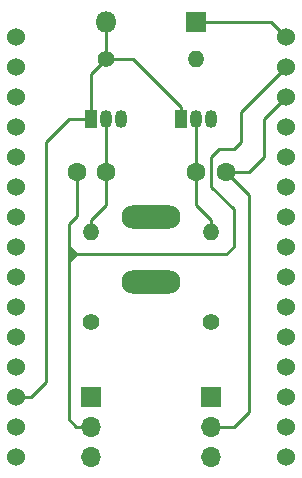
<source format=gbr>
G04 #@! TF.GenerationSoftware,KiCad,Pcbnew,(5.0.1)-4*
G04 #@! TF.CreationDate,2018-12-08T00:24:21+01:00*
G04 #@! TF.ProjectId,Motion Detector,4D6F74696F6E204465746563746F722E,rev?*
G04 #@! TF.SameCoordinates,Original*
G04 #@! TF.FileFunction,Copper,L1,Top,Signal*
G04 #@! TF.FilePolarity,Positive*
%FSLAX46Y46*%
G04 Gerber Fmt 4.6, Leading zero omitted, Abs format (unit mm)*
G04 Created by KiCad (PCBNEW (5.0.1)-4) date 08-Dec-18 12:24:21 AM*
%MOMM*%
%LPD*%
G01*
G04 APERTURE LIST*
G04 #@! TA.AperFunction,ComponentPad*
%ADD10C,1.600000*%
G04 #@! TD*
G04 #@! TA.AperFunction,ComponentPad*
%ADD11R,1.800000X1.800000*%
G04 #@! TD*
G04 #@! TA.AperFunction,ComponentPad*
%ADD12O,1.800000X1.800000*%
G04 #@! TD*
G04 #@! TA.AperFunction,ComponentPad*
%ADD13O,5.000000X2.000000*%
G04 #@! TD*
G04 #@! TA.AperFunction,ComponentPad*
%ADD14R,1.700000X1.700000*%
G04 #@! TD*
G04 #@! TA.AperFunction,ComponentPad*
%ADD15O,1.700000X1.700000*%
G04 #@! TD*
G04 #@! TA.AperFunction,ComponentPad*
%ADD16O,1.050000X1.500000*%
G04 #@! TD*
G04 #@! TA.AperFunction,ComponentPad*
%ADD17R,1.050000X1.500000*%
G04 #@! TD*
G04 #@! TA.AperFunction,ComponentPad*
%ADD18O,1.400000X1.400000*%
G04 #@! TD*
G04 #@! TA.AperFunction,ComponentPad*
%ADD19C,1.400000*%
G04 #@! TD*
G04 #@! TA.AperFunction,ComponentPad*
%ADD20C,1.524000*%
G04 #@! TD*
G04 #@! TA.AperFunction,Conductor*
%ADD21C,0.250000*%
G04 #@! TD*
G04 APERTURE END LIST*
D10*
G04 #@! TO.P,C1,2*
G04 #@! TO.N,/D2*
X154900000Y-88900000D03*
G04 #@! TO.P,C1,1*
G04 #@! TO.N,/DB2*
X152400000Y-88900000D03*
G04 #@! TD*
G04 #@! TO.P,C2,2*
G04 #@! TO.N,/D1*
X142280000Y-88900000D03*
G04 #@! TO.P,C2,1*
G04 #@! TO.N,/DB1*
X144780000Y-88900000D03*
G04 #@! TD*
D11*
G04 #@! TO.P,D1,1*
G04 #@! TO.N,/D0*
X152400000Y-76200000D03*
D12*
G04 #@! TO.P,D1,2*
G04 #@! TO.N,/RST*
X144780000Y-76200000D03*
G04 #@! TD*
D13*
G04 #@! TO.P,J1,1*
G04 #@! TO.N,GND*
X148590000Y-92750000D03*
G04 #@! TO.P,J1,2*
G04 #@! TO.N,VCC*
X148590000Y-98250000D03*
G04 #@! TD*
D14*
G04 #@! TO.P,J2,1*
G04 #@! TO.N,GND*
X153670000Y-107950000D03*
D15*
G04 #@! TO.P,J2,2*
G04 #@! TO.N,/D2*
X153670000Y-110490000D03*
G04 #@! TO.P,J2,3*
G04 #@! TO.N,VCC*
X153670000Y-113030000D03*
G04 #@! TD*
G04 #@! TO.P,J3,3*
G04 #@! TO.N,VCC*
X143510000Y-113030000D03*
G04 #@! TO.P,J3,2*
G04 #@! TO.N,/D1*
X143510000Y-110490000D03*
D14*
G04 #@! TO.P,J3,1*
G04 #@! TO.N,GND*
X143510000Y-107950000D03*
G04 #@! TD*
D16*
G04 #@! TO.P,Q1,2*
G04 #@! TO.N,/DB2*
X152400000Y-84455000D03*
G04 #@! TO.P,Q1,3*
G04 #@! TO.N,GND*
X153670000Y-84455000D03*
D17*
G04 #@! TO.P,Q1,1*
G04 #@! TO.N,/RST*
X151130000Y-84455000D03*
G04 #@! TD*
G04 #@! TO.P,Q2,1*
G04 #@! TO.N,/RST*
X143510000Y-84455000D03*
D16*
G04 #@! TO.P,Q2,3*
G04 #@! TO.N,GND*
X146050000Y-84455000D03*
G04 #@! TO.P,Q2,2*
G04 #@! TO.N,/DB1*
X144780000Y-84455000D03*
G04 #@! TD*
D18*
G04 #@! TO.P,R1,2*
G04 #@! TO.N,/DB2*
X153670000Y-93980000D03*
D19*
G04 #@! TO.P,R1,1*
G04 #@! TO.N,GND*
X153670000Y-101600000D03*
G04 #@! TD*
G04 #@! TO.P,R2,1*
G04 #@! TO.N,GND*
X143510000Y-101600000D03*
D18*
G04 #@! TO.P,R2,2*
G04 #@! TO.N,/DB1*
X143510000Y-93980000D03*
G04 #@! TD*
D19*
G04 #@! TO.P,R3,1*
G04 #@! TO.N,/RST*
X144780000Y-79375000D03*
D18*
G04 #@! TO.P,R3,2*
G04 #@! TO.N,+3V3*
X152400000Y-79375000D03*
G04 #@! TD*
D20*
G04 #@! TO.P,U1,1*
G04 #@! TO.N,Net-(U1-Pad1)*
X137160000Y-77470000D03*
G04 #@! TO.P,U1,2*
G04 #@! TO.N,Net-(U1-Pad2)*
X137160000Y-80010000D03*
G04 #@! TO.P,U1,3*
G04 #@! TO.N,Net-(U1-Pad3)*
X137160000Y-82550000D03*
G04 #@! TO.P,U1,4*
G04 #@! TO.N,Net-(U1-Pad4)*
X137160000Y-85090000D03*
G04 #@! TO.P,U1,5*
G04 #@! TO.N,Net-(U1-Pad5)*
X137160000Y-87630000D03*
G04 #@! TO.P,U1,6*
G04 #@! TO.N,Net-(U1-Pad6)*
X137160000Y-90170000D03*
G04 #@! TO.P,U1,7*
G04 #@! TO.N,Net-(U1-Pad7)*
X137160000Y-92710000D03*
G04 #@! TO.P,U1,8*
G04 #@! TO.N,Net-(U1-Pad8)*
X137160000Y-95250000D03*
G04 #@! TO.P,U1,9*
G04 #@! TO.N,Net-(U1-Pad9)*
X137160000Y-97790000D03*
G04 #@! TO.P,U1,10*
G04 #@! TO.N,GND*
X137160000Y-100330000D03*
G04 #@! TO.P,U1,11*
G04 #@! TO.N,+3V3*
X137160000Y-102870000D03*
G04 #@! TO.P,U1,12*
G04 #@! TO.N,Net-(U1-Pad12)*
X137160000Y-105410000D03*
G04 #@! TO.P,U1,13*
G04 #@! TO.N,/RST*
X137160000Y-107950000D03*
G04 #@! TO.P,U1,14*
G04 #@! TO.N,GND*
X137160000Y-110490000D03*
G04 #@! TO.P,U1,15*
G04 #@! TO.N,VCC*
X137160000Y-113030000D03*
G04 #@! TO.P,U1,16*
G04 #@! TO.N,+3V3*
X160020000Y-113030000D03*
G04 #@! TO.P,U1,17*
G04 #@! TO.N,GND*
X160020000Y-110490000D03*
G04 #@! TO.P,U1,18*
G04 #@! TO.N,Net-(U1-Pad18)*
X160020000Y-107950000D03*
G04 #@! TO.P,U1,19*
G04 #@! TO.N,Net-(U1-Pad19)*
X160020000Y-105410000D03*
G04 #@! TO.P,U1,20*
G04 #@! TO.N,Net-(U1-Pad20)*
X160020000Y-102870000D03*
G04 #@! TO.P,U1,21*
G04 #@! TO.N,Net-(U1-Pad21)*
X160020000Y-100330000D03*
G04 #@! TO.P,U1,22*
G04 #@! TO.N,Net-(U1-Pad22)*
X160020000Y-97790000D03*
G04 #@! TO.P,U1,23*
G04 #@! TO.N,Net-(U1-Pad23)*
X160020000Y-95250000D03*
G04 #@! TO.P,U1,24*
G04 #@! TO.N,GND*
X160020000Y-92710000D03*
G04 #@! TO.P,U1,25*
G04 #@! TO.N,+3V3*
X160020000Y-90170000D03*
G04 #@! TO.P,U1,26*
G04 #@! TO.N,Net-(U1-Pad26)*
X160020000Y-87630000D03*
G04 #@! TO.P,U1,27*
G04 #@! TO.N,Net-(U1-Pad27)*
X160020000Y-85090000D03*
G04 #@! TO.P,U1,28*
G04 #@! TO.N,/D2*
X160020000Y-82550000D03*
G04 #@! TO.P,U1,29*
G04 #@! TO.N,/D1*
X160020000Y-80010000D03*
G04 #@! TO.P,U1,30*
G04 #@! TO.N,/D0*
X160020000Y-77470000D03*
G04 #@! TD*
D21*
G04 #@! TO.N,/DB2*
X152400000Y-84455000D02*
X152400000Y-88900000D01*
X152400000Y-89900000D02*
X152400000Y-88900000D01*
X152400000Y-91720051D02*
X152400000Y-89900000D01*
X153670000Y-93980000D02*
X153670000Y-92990051D01*
X153670000Y-92990051D02*
X152400000Y-91720051D01*
G04 #@! TO.N,/D2*
X156845000Y-90845000D02*
X154900000Y-88900000D01*
X156845000Y-109220000D02*
X156845000Y-90845000D01*
X153670000Y-110490000D02*
X155575000Y-110490000D01*
X155575000Y-110490000D02*
X156845000Y-109220000D01*
X154900000Y-88900000D02*
X156845000Y-88900000D01*
X156845000Y-88900000D02*
X158115000Y-87630000D01*
X158115000Y-87630000D02*
X158115000Y-84455000D01*
X158115000Y-84455000D02*
X160020000Y-82550000D01*
G04 #@! TO.N,/D1*
X155575000Y-95250000D02*
X155575000Y-92075000D01*
X156210000Y-86360000D02*
X156210000Y-83820000D01*
X154305000Y-86995000D02*
X155575000Y-86995000D01*
X155575000Y-86995000D02*
X156210000Y-86360000D01*
X153670000Y-87630000D02*
X154305000Y-86995000D01*
X155575000Y-92075000D02*
X153670000Y-90170000D01*
X153670000Y-90170000D02*
X153670000Y-87630000D01*
X154940000Y-95885000D02*
X155575000Y-95250000D01*
X156210000Y-83820000D02*
X159258001Y-80771999D01*
X159258001Y-80771999D02*
X160020000Y-80010000D01*
X142280000Y-88900000D02*
X142280000Y-92670000D01*
X142280000Y-92670000D02*
X141605000Y-93345000D01*
X141605000Y-95250000D02*
X142240000Y-95885000D01*
X141605000Y-93345000D02*
X141605000Y-95250000D01*
X142240000Y-95885000D02*
X154940000Y-95885000D01*
X142240000Y-110490000D02*
X143510000Y-110490000D01*
X141605000Y-109855000D02*
X142240000Y-110490000D01*
X142240000Y-95885000D02*
X141605000Y-96520000D01*
X141605000Y-96520000D02*
X141605000Y-109855000D01*
X141605000Y-96202500D02*
X141922500Y-95885000D01*
X141605000Y-96266000D02*
X141605000Y-96202500D01*
X141922500Y-95885000D02*
X141605000Y-95885000D01*
X142240000Y-95885000D02*
X141922500Y-95885000D01*
X141605000Y-96266000D02*
X141605000Y-96520000D01*
X141605000Y-95885000D02*
X141605000Y-96266000D01*
X141605000Y-95567500D02*
X141922500Y-95885000D01*
X141605000Y-95504000D02*
X141605000Y-95567500D01*
X141605000Y-95504000D02*
X141605000Y-95885000D01*
X141605000Y-95250000D02*
X141605000Y-95504000D01*
G04 #@! TO.N,/DB1*
X144780000Y-91694000D02*
X144780000Y-88900000D01*
X143510000Y-93980000D02*
X143510000Y-92964000D01*
X143510000Y-92964000D02*
X144780000Y-91694000D01*
X144780000Y-88900000D02*
X144780000Y-84455000D01*
G04 #@! TO.N,/D0*
X158750000Y-76200000D02*
X160020000Y-77470000D01*
X152400000Y-76200000D02*
X158750000Y-76200000D01*
G04 #@! TO.N,/RST*
X144780000Y-76200000D02*
X144780000Y-79375000D01*
X141605000Y-84455000D02*
X143510000Y-84455000D01*
X139700000Y-86360000D02*
X141605000Y-84455000D01*
X139700000Y-106680000D02*
X139700000Y-86360000D01*
X137160000Y-107950000D02*
X138430000Y-107950000D01*
X138430000Y-107950000D02*
X139700000Y-106680000D01*
X143510000Y-80645000D02*
X144780000Y-79375000D01*
X143510000Y-84455000D02*
X143510000Y-80645000D01*
X145769949Y-79375000D02*
X144780000Y-79375000D01*
X147050000Y-79375000D02*
X145769949Y-79375000D01*
X151130000Y-83455000D02*
X147050000Y-79375000D01*
X151130000Y-84455000D02*
X151130000Y-83455000D01*
G04 #@! TD*
M02*

</source>
